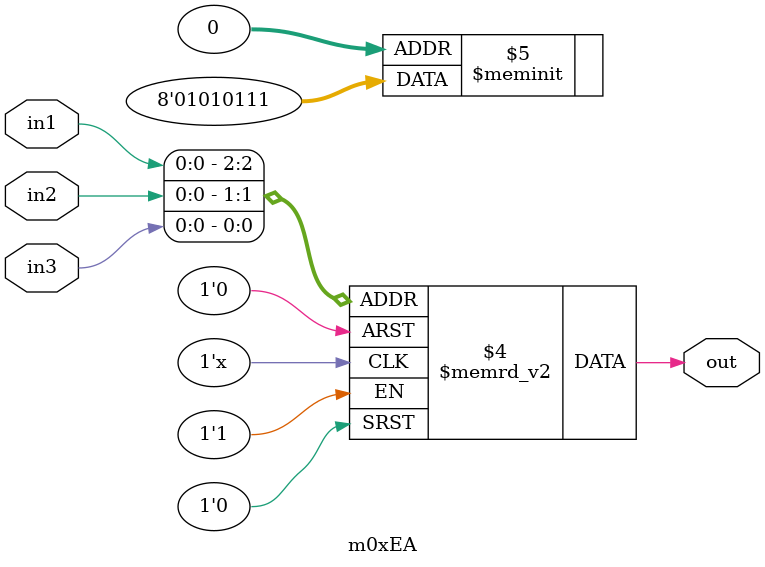
<source format=v>
module m0xEA(output out, input in1, in2, in3);

   always @(in1, in2, in3)
     begin
        case({in1, in2, in3})
          3'b000: {out} = 1'b1;
          3'b001: {out} = 1'b1;
          3'b010: {out} = 1'b1;
          3'b011: {out} = 1'b0;
          3'b100: {out} = 1'b1;
          3'b101: {out} = 1'b0;
          3'b110: {out} = 1'b1;
          3'b111: {out} = 1'b0;
        endcase // case ({in1, in2, in3})
     end // always @ (in1, in2, in3)

endmodule // m0xEA
</source>
